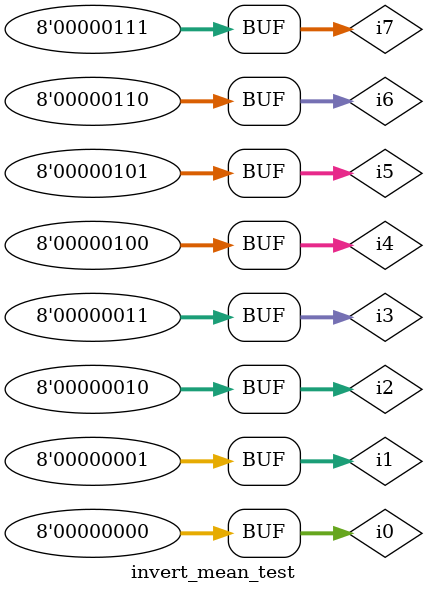
<source format=v>
`timescale 1ns / 1ps


module invert_mean_test;

	// Inputs
	reg [7:0] i0;
	reg [7:0] i1;
	reg [7:0] i2;
	reg [7:0] i3;
	reg [7:0] i4;
	reg [7:0] i5;
	reg [7:0] i6;
	reg [7:0] i7;

	// Outputs
	wire [7:0] o0;
	wire [7:0] o1;
	wire [7:0] o2;
	wire [7:0] o3;
	wire [7:0] o4;
	wire [7:0] o5;
	wire [7:0] o6;
	wire [7:0] o7;

	// Instantiate the Unit Under Test (UUT)
	invert_mean uut (
		.i0(i0), 
		.i1(i1), 
		.i2(i2), 
		.i3(i3), 
		.i4(i4), 
		.i5(i5), 
		.i6(i6), 
		.i7(i7), 
		.o0(o0), 
		.o1(o1), 
		.o2(o2), 
		.o3(o3), 
		.o4(o4), 
		.o5(o5), 
		.o6(o6), 
		.o7(o7)
	);

	initial begin
		// Initialize Inputs
		i0 = 0;
		i1 = 1;
		i2 = 2;
		i3 = 3;
		i4 = 4;
		i5 = 5;
		i6 = 6;
		i7 = 7;

		// Wait 100 ns for global reset to finish
		#100;
        
		// Add stimulus here

	end
      
endmodule


</source>
